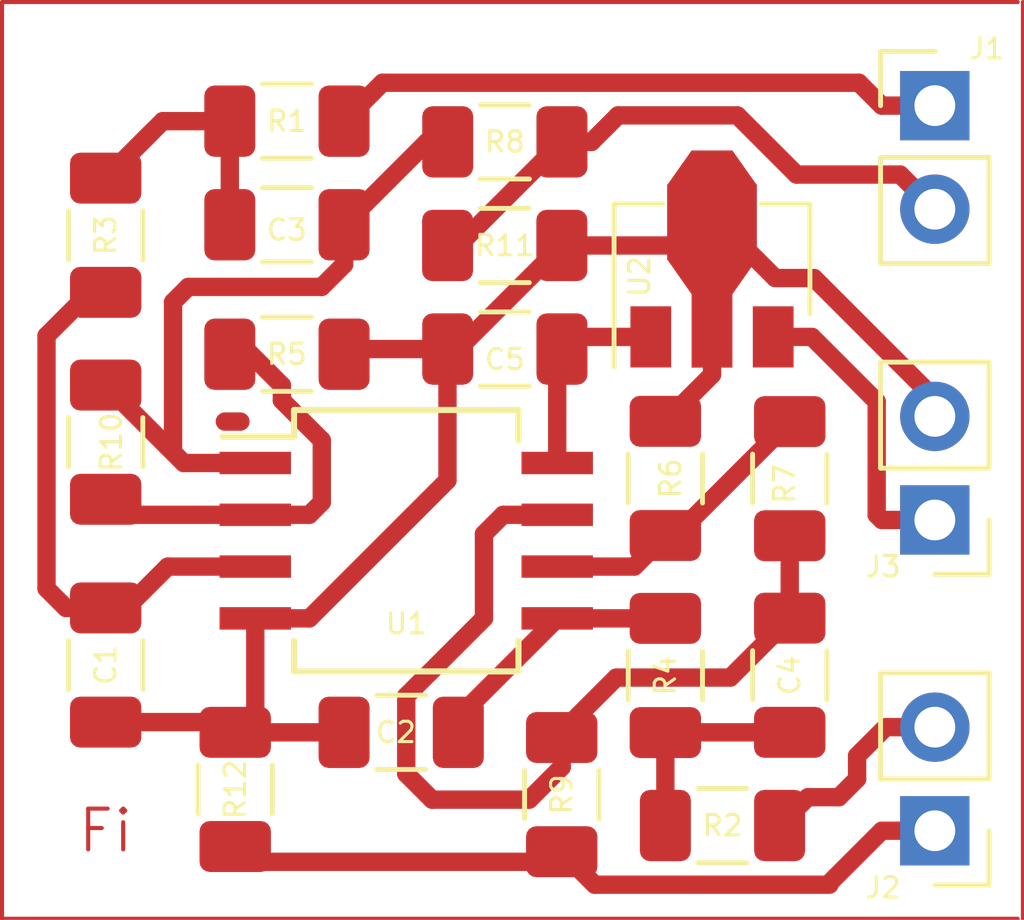
<source format=kicad_pcb>
(kicad_pcb (version 20171130) (host pcbnew 5.1.5+dfsg1-2)

  (general
    (thickness 1.6)
    (drawings 1)
    (tracks 117)
    (zones 0)
    (modules 22)
    (nets 16)
  )

  (page A4)
  (layers
    (0 F.Cu signal)
    (31 B.Cu signal)
    (32 B.Adhes user)
    (33 F.Adhes user)
    (34 B.Paste user)
    (35 F.Paste user)
    (36 B.SilkS user)
    (37 F.SilkS user)
    (38 B.Mask user)
    (39 F.Mask user)
    (40 Dwgs.User user)
    (41 Cmts.User user)
    (42 Eco1.User user)
    (43 Eco2.User user)
    (44 Edge.Cuts user)
    (45 Margin user)
    (46 B.CrtYd user)
    (47 F.CrtYd user)
    (48 B.Fab user hide)
    (49 F.Fab user hide)
  )

  (setup
    (last_trace_width 0.45)
    (trace_clearance 0.35)
    (zone_clearance 0.508)
    (zone_45_only no)
    (trace_min 0.2)
    (via_size 0.8)
    (via_drill 0.4)
    (via_min_size 0.4)
    (via_min_drill 0.3)
    (uvia_size 0.3)
    (uvia_drill 0.1)
    (uvias_allowed no)
    (uvia_min_size 0.2)
    (uvia_min_drill 0.1)
    (edge_width 0.15)
    (segment_width 0.2)
    (pcb_text_width 0.3)
    (pcb_text_size 1.5 1.5)
    (mod_edge_width 0.15)
    (mod_text_size 1 1)
    (mod_text_width 0.15)
    (pad_size 1.524 1.524)
    (pad_drill 0.762)
    (pad_to_mask_clearance 0.051)
    (solder_mask_min_width 0.25)
    (aux_axis_origin 0 0)
    (visible_elements FFFFFF7F)
    (pcbplotparams
      (layerselection 0x010fc_ffffffff)
      (usegerberextensions false)
      (usegerberattributes false)
      (usegerberadvancedattributes false)
      (creategerberjobfile false)
      (excludeedgelayer true)
      (linewidth 0.100000)
      (plotframeref false)
      (viasonmask false)
      (mode 1)
      (useauxorigin false)
      (hpglpennumber 1)
      (hpglpenspeed 20)
      (hpglpendiameter 15.000000)
      (psnegative false)
      (psa4output false)
      (plotreference true)
      (plotvalue true)
      (plotinvisibletext false)
      (padsonsilk false)
      (subtractmaskfromsilk false)
      (outputformat 1)
      (mirror false)
      (drillshape 1)
      (scaleselection 1)
      (outputdirectory ""))
  )

  (net 0 "")
  (net 1 "Net-(C1-Pad1)")
  (net 2 "Net-(C1-Pad2)")
  (net 3 "Net-(C2-Pad1)")
  (net 4 "Net-(C3-Pad1)")
  (net 5 "Net-(C3-Pad2)")
  (net 6 "Net-(C4-Pad2)")
  (net 7 "Net-(C4-Pad1)")
  (net 8 "Net-(J1-Pad2)")
  (net 9 "Net-(R6-Pad1)")
  (net 10 "Net-(R10-Pad2)")
  (net 11 "Net-(C5-Pad1)")
  (net 12 "Net-(J1-Pad1)")
  (net 13 "Net-(J2-Pad2)")
  (net 14 "Net-(J2-Pad1)")
  (net 15 "Net-(J3-Pad1)")

  (net_class Default "Это класс цепей по умолчанию."
    (clearance 0.35)
    (trace_width 0.45)
    (via_dia 0.8)
    (via_drill 0.4)
    (uvia_dia 0.3)
    (uvia_drill 0.1)
    (add_net "Net-(C1-Pad1)")
    (add_net "Net-(C1-Pad2)")
    (add_net "Net-(C2-Pad1)")
    (add_net "Net-(C3-Pad1)")
    (add_net "Net-(C3-Pad2)")
    (add_net "Net-(C4-Pad1)")
    (add_net "Net-(C4-Pad2)")
    (add_net "Net-(C5-Pad1)")
    (add_net "Net-(J1-Pad1)")
    (add_net "Net-(J1-Pad2)")
    (add_net "Net-(J2-Pad1)")
    (add_net "Net-(J2-Pad2)")
    (add_net "Net-(J3-Pad1)")
    (add_net "Net-(R10-Pad2)")
    (add_net "Net-(R6-Pad1)")
  )

  (module Connector_PinHeader_2.54mm:PinHeader_1x02_P2.54mm_Vertical (layer F.Cu) (tedit 59FED5CC) (tstamp 5E23A259)
    (at 158.75 50.8)
    (descr "Through hole straight pin header, 1x02, 2.54mm pitch, single row")
    (tags "Through hole pin header THT 1x02 2.54mm single row")
    (path /5E231C41)
    (fp_text reference J1 (at 1.27 -1.397) (layer F.SilkS)
      (effects (font (size 0.5 0.5) (thickness 0.075)))
    )
    (fp_text value Conn_01x02 (at 0 4.87) (layer F.Fab)
      (effects (font (size 0.5 0.5) (thickness 0.075)))
    )
    (fp_line (start -0.635 -1.27) (end 1.27 -1.27) (layer F.Fab) (width 0.1))
    (fp_line (start 1.27 -1.27) (end 1.27 3.81) (layer F.Fab) (width 0.1))
    (fp_line (start 1.27 3.81) (end -1.27 3.81) (layer F.Fab) (width 0.1))
    (fp_line (start -1.27 3.81) (end -1.27 -0.635) (layer F.Fab) (width 0.1))
    (fp_line (start -1.27 -0.635) (end -0.635 -1.27) (layer F.Fab) (width 0.1))
    (fp_line (start -1.33 3.87) (end 1.33 3.87) (layer F.SilkS) (width 0.12))
    (fp_line (start -1.33 1.27) (end -1.33 3.87) (layer F.SilkS) (width 0.12))
    (fp_line (start 1.33 1.27) (end 1.33 3.87) (layer F.SilkS) (width 0.12))
    (fp_line (start -1.33 1.27) (end 1.33 1.27) (layer F.SilkS) (width 0.12))
    (fp_line (start -1.33 0) (end -1.33 -1.33) (layer F.SilkS) (width 0.12))
    (fp_line (start -1.33 -1.33) (end 0 -1.33) (layer F.SilkS) (width 0.12))
    (fp_line (start -1.8 -1.8) (end -1.8 4.35) (layer F.CrtYd) (width 0.05))
    (fp_line (start -1.8 4.35) (end 1.8 4.35) (layer F.CrtYd) (width 0.05))
    (fp_line (start 1.8 4.35) (end 1.8 -1.8) (layer F.CrtYd) (width 0.05))
    (fp_line (start 1.8 -1.8) (end -1.8 -1.8) (layer F.CrtYd) (width 0.05))
    (fp_text user %R (at 0 1.27 90) (layer F.Fab)
      (effects (font (size 0.5 0.5) (thickness 0.075)))
    )
    (pad 1 thru_hole rect (at 0 0) (size 1.7 1.7) (drill 1) (layers *.Cu *.Mask)
      (net 12 "Net-(J1-Pad1)"))
    (pad 2 thru_hole oval (at 0 2.54) (size 1.7 1.7) (drill 1) (layers *.Cu *.Mask)
      (net 8 "Net-(J1-Pad2)"))
    (model ${KISYS3DMOD}/Connector_PinHeader_2.54mm.3dshapes/PinHeader_1x02_P2.54mm_Vertical.wrl
      (at (xyz 0 0 0))
      (scale (xyz 1 1 1))
      (rotate (xyz 0 0 0))
    )
  )

  (module Resistor_SMD:R_1206_3216Metric (layer F.Cu) (tedit 5B301BBD) (tstamp 5E22B6DC)
    (at 149.606 67.694 90)
    (descr "Resistor SMD 1206 (3216 Metric), square (rectangular) end terminal, IPC_7351 nominal, (Body size source: http://www.tortai-tech.com/upload/download/2011102023233369053.pdf), generated with kicad-footprint-generator")
    (tags resistor)
    (path /5E1D7823)
    (attr smd)
    (fp_text reference R9 (at 0.003 0 90) (layer F.SilkS)
      (effects (font (size 0.5 0.5) (thickness 0.075)))
    )
    (fp_text value R_Small (at 0 1.82 90) (layer F.Fab)
      (effects (font (size 0.5 0.5) (thickness 0.075)))
    )
    (fp_line (start -1.6 0.8) (end -1.6 -0.8) (layer F.Fab) (width 0.1))
    (fp_line (start -1.6 -0.8) (end 1.6 -0.8) (layer F.Fab) (width 0.1))
    (fp_line (start 1.6 -0.8) (end 1.6 0.8) (layer F.Fab) (width 0.1))
    (fp_line (start 1.6 0.8) (end -1.6 0.8) (layer F.Fab) (width 0.1))
    (fp_line (start -0.602064 -0.91) (end 0.602064 -0.91) (layer F.SilkS) (width 0.12))
    (fp_line (start -0.602064 0.91) (end 0.602064 0.91) (layer F.SilkS) (width 0.12))
    (fp_line (start -2.28 1.12) (end -2.28 -1.12) (layer F.CrtYd) (width 0.05))
    (fp_line (start -2.28 -1.12) (end 2.28 -1.12) (layer F.CrtYd) (width 0.05))
    (fp_line (start 2.28 -1.12) (end 2.28 1.12) (layer F.CrtYd) (width 0.05))
    (fp_line (start 2.28 1.12) (end -2.28 1.12) (layer F.CrtYd) (width 0.05))
    (fp_text user %R (at 0 0 90) (layer F.Fab)
      (effects (font (size 0.8 0.8) (thickness 0.12)))
    )
    (pad 1 smd roundrect (at -1.4 0 90) (size 1.25 1.75) (layers F.Cu F.Paste F.Mask) (roundrect_rratio 0.2)
      (net 14 "Net-(J2-Pad1)"))
    (pad 2 smd roundrect (at 1.4 0 90) (size 1.25 1.75) (layers F.Cu F.Paste F.Mask) (roundrect_rratio 0.2)
      (net 7 "Net-(C4-Pad1)"))
    (model ${KISYS3DMOD}/Resistor_SMD.3dshapes/R_1206_3216Metric.wrl
      (at (xyz 0 0 0))
      (scale (xyz 1 1 1))
      (rotate (xyz 0 0 0))
    )
  )

  (module Resistor_SMD:R_1206_3216Metric (layer F.Cu) (tedit 5B301BBD) (tstamp 5E228225)
    (at 153.546 68.453)
    (descr "Resistor SMD 1206 (3216 Metric), square (rectangular) end terminal, IPC_7351 nominal, (Body size source: http://www.tortai-tech.com/upload/download/2011102023233369053.pdf), generated with kicad-footprint-generator")
    (tags resistor)
    (path /5E1D57D2)
    (attr smd)
    (fp_text reference R2 (at 0 0) (layer F.SilkS)
      (effects (font (size 0.5 0.5) (thickness 0.075)))
    )
    (fp_text value R_Small (at 0 1.82) (layer F.Fab)
      (effects (font (size 0.5 0.5) (thickness 0.075)))
    )
    (fp_line (start -1.6 0.8) (end -1.6 -0.8) (layer F.Fab) (width 0.1))
    (fp_line (start -1.6 -0.8) (end 1.6 -0.8) (layer F.Fab) (width 0.1))
    (fp_line (start 1.6 -0.8) (end 1.6 0.8) (layer F.Fab) (width 0.1))
    (fp_line (start 1.6 0.8) (end -1.6 0.8) (layer F.Fab) (width 0.1))
    (fp_line (start -0.602064 -0.91) (end 0.602064 -0.91) (layer F.SilkS) (width 0.12))
    (fp_line (start -0.602064 0.91) (end 0.602064 0.91) (layer F.SilkS) (width 0.12))
    (fp_line (start -2.28 1.12) (end -2.28 -1.12) (layer F.CrtYd) (width 0.05))
    (fp_line (start -2.28 -1.12) (end 2.28 -1.12) (layer F.CrtYd) (width 0.05))
    (fp_line (start 2.28 -1.12) (end 2.28 1.12) (layer F.CrtYd) (width 0.05))
    (fp_line (start 2.28 1.12) (end -2.28 1.12) (layer F.CrtYd) (width 0.05))
    (fp_text user %R (at 0 0) (layer F.Fab)
      (effects (font (size 0.8 0.8) (thickness 0.12)))
    )
    (pad 1 smd roundrect (at -1.4 0) (size 1.25 1.75) (layers F.Cu F.Paste F.Mask) (roundrect_rratio 0.2)
      (net 6 "Net-(C4-Pad2)"))
    (pad 2 smd roundrect (at 1.4 0) (size 1.25 1.75) (layers F.Cu F.Paste F.Mask) (roundrect_rratio 0.2)
      (net 13 "Net-(J2-Pad2)"))
    (model ${KISYS3DMOD}/Resistor_SMD.3dshapes/R_1206_3216Metric.wrl
      (at (xyz 0 0 0))
      (scale (xyz 1 1 1))
      (rotate (xyz 0 0 0))
    )
  )

  (module Resistor_SMD:R_1206_3216Metric (layer F.Cu) (tedit 5B301BBD) (tstamp 5E2282CF)
    (at 141.605 67.567 270)
    (descr "Resistor SMD 1206 (3216 Metric), square (rectangular) end terminal, IPC_7351 nominal, (Body size source: http://www.tortai-tech.com/upload/download/2011102023233369053.pdf), generated with kicad-footprint-generator")
    (tags resistor)
    (path /5E23B854)
    (attr smd)
    (fp_text reference R12 (at 0 0 270) (layer F.SilkS)
      (effects (font (size 0.5 0.5) (thickness 0.075)))
    )
    (fp_text value R_Small (at 0 1.82 270) (layer F.Fab)
      (effects (font (size 0.5 0.5) (thickness 0.075)))
    )
    (fp_text user %R (at 0 0 270) (layer F.Fab)
      (effects (font (size 0.8 0.8) (thickness 0.12)))
    )
    (fp_line (start 2.28 1.12) (end -2.28 1.12) (layer F.CrtYd) (width 0.05))
    (fp_line (start 2.28 -1.12) (end 2.28 1.12) (layer F.CrtYd) (width 0.05))
    (fp_line (start -2.28 -1.12) (end 2.28 -1.12) (layer F.CrtYd) (width 0.05))
    (fp_line (start -2.28 1.12) (end -2.28 -1.12) (layer F.CrtYd) (width 0.05))
    (fp_line (start -0.602064 0.91) (end 0.602064 0.91) (layer F.SilkS) (width 0.12))
    (fp_line (start -0.602064 -0.91) (end 0.602064 -0.91) (layer F.SilkS) (width 0.12))
    (fp_line (start 1.6 0.8) (end -1.6 0.8) (layer F.Fab) (width 0.1))
    (fp_line (start 1.6 -0.8) (end 1.6 0.8) (layer F.Fab) (width 0.1))
    (fp_line (start -1.6 -0.8) (end 1.6 -0.8) (layer F.Fab) (width 0.1))
    (fp_line (start -1.6 0.8) (end -1.6 -0.8) (layer F.Fab) (width 0.1))
    (pad 2 smd roundrect (at 1.4 0 270) (size 1.25 1.75) (layers F.Cu F.Paste F.Mask) (roundrect_rratio 0.2)
      (net 14 "Net-(J2-Pad1)"))
    (pad 1 smd roundrect (at -1.4 0 270) (size 1.25 1.75) (layers F.Cu F.Paste F.Mask) (roundrect_rratio 0.2)
      (net 2 "Net-(C1-Pad2)"))
    (model ${KISYS3DMOD}/Resistor_SMD.3dshapes/R_1206_3216Metric.wrl
      (at (xyz 0 0 0))
      (scale (xyz 1 1 1))
      (rotate (xyz 0 0 0))
    )
  )

  (module Resistor_SMD:R_1206_3216Metric (layer F.Cu) (tedit 5B301BBD) (tstamp 5E22828B)
    (at 148.212 51.689 180)
    (descr "Resistor SMD 1206 (3216 Metric), square (rectangular) end terminal, IPC_7351 nominal, (Body size source: http://www.tortai-tech.com/upload/download/2011102023233369053.pdf), generated with kicad-footprint-generator")
    (tags resistor)
    (path /5E1D77B7)
    (attr smd)
    (fp_text reference R8 (at 0 0 180) (layer F.SilkS)
      (effects (font (size 0.5 0.5) (thickness 0.075)))
    )
    (fp_text value R_Small (at 0 1.82 180) (layer F.Fab)
      (effects (font (size 0.5 0.5) (thickness 0.075)))
    )
    (fp_text user %R (at 0 0 180) (layer F.Fab)
      (effects (font (size 0.8 0.8) (thickness 0.12)))
    )
    (fp_line (start 2.28 1.12) (end -2.28 1.12) (layer F.CrtYd) (width 0.05))
    (fp_line (start 2.28 -1.12) (end 2.28 1.12) (layer F.CrtYd) (width 0.05))
    (fp_line (start -2.28 -1.12) (end 2.28 -1.12) (layer F.CrtYd) (width 0.05))
    (fp_line (start -2.28 1.12) (end -2.28 -1.12) (layer F.CrtYd) (width 0.05))
    (fp_line (start -0.602064 0.91) (end 0.602064 0.91) (layer F.SilkS) (width 0.12))
    (fp_line (start -0.602064 -0.91) (end 0.602064 -0.91) (layer F.SilkS) (width 0.12))
    (fp_line (start 1.6 0.8) (end -1.6 0.8) (layer F.Fab) (width 0.1))
    (fp_line (start 1.6 -0.8) (end 1.6 0.8) (layer F.Fab) (width 0.1))
    (fp_line (start -1.6 -0.8) (end 1.6 -0.8) (layer F.Fab) (width 0.1))
    (fp_line (start -1.6 0.8) (end -1.6 -0.8) (layer F.Fab) (width 0.1))
    (pad 2 smd roundrect (at 1.4 0 180) (size 1.25 1.75) (layers F.Cu F.Paste F.Mask) (roundrect_rratio 0.2)
      (net 4 "Net-(C3-Pad1)"))
    (pad 1 smd roundrect (at -1.4 0 180) (size 1.25 1.75) (layers F.Cu F.Paste F.Mask) (roundrect_rratio 0.2)
      (net 8 "Net-(J1-Pad2)"))
    (model ${KISYS3DMOD}/Resistor_SMD.3dshapes/R_1206_3216Metric.wrl
      (at (xyz 0 0 0))
      (scale (xyz 1 1 1))
      (rotate (xyz 0 0 0))
    )
  )

  (module Resistor_SMD:R_1206_3216Metric (layer F.Cu) (tedit 5B301BBD) (tstamp 5E2281A5)
    (at 138.43 64.516 270)
    (descr "Resistor SMD 1206 (3216 Metric), square (rectangular) end terminal, IPC_7351 nominal, (Body size source: http://www.tortai-tech.com/upload/download/2011102023233369053.pdf), generated with kicad-footprint-generator")
    (tags resistor)
    (path /5E1D0688)
    (attr smd)
    (fp_text reference C1 (at 0 0 270) (layer F.SilkS)
      (effects (font (size 0.5 0.5) (thickness 0.075)))
    )
    (fp_text value C_Small (at 0 1.82 270) (layer F.Fab)
      (effects (font (size 0.5 0.5) (thickness 0.075)))
    )
    (fp_line (start -1.6 0.8) (end -1.6 -0.8) (layer F.Fab) (width 0.1))
    (fp_line (start -1.6 -0.8) (end 1.6 -0.8) (layer F.Fab) (width 0.1))
    (fp_line (start 1.6 -0.8) (end 1.6 0.8) (layer F.Fab) (width 0.1))
    (fp_line (start 1.6 0.8) (end -1.6 0.8) (layer F.Fab) (width 0.1))
    (fp_line (start -0.602064 -0.91) (end 0.602064 -0.91) (layer F.SilkS) (width 0.12))
    (fp_line (start -0.602064 0.91) (end 0.602064 0.91) (layer F.SilkS) (width 0.12))
    (fp_line (start -2.28 1.12) (end -2.28 -1.12) (layer F.CrtYd) (width 0.05))
    (fp_line (start -2.28 -1.12) (end 2.28 -1.12) (layer F.CrtYd) (width 0.05))
    (fp_line (start 2.28 -1.12) (end 2.28 1.12) (layer F.CrtYd) (width 0.05))
    (fp_line (start 2.28 1.12) (end -2.28 1.12) (layer F.CrtYd) (width 0.05))
    (fp_text user %R (at 0 0 270) (layer F.Fab)
      (effects (font (size 0.8 0.8) (thickness 0.12)))
    )
    (pad 1 smd roundrect (at -1.4 0 270) (size 1.25 1.75) (layers F.Cu F.Paste F.Mask) (roundrect_rratio 0.2)
      (net 1 "Net-(C1-Pad1)"))
    (pad 2 smd roundrect (at 1.4 0 270) (size 1.25 1.75) (layers F.Cu F.Paste F.Mask) (roundrect_rratio 0.2)
      (net 2 "Net-(C1-Pad2)"))
    (model ${KISYS3DMOD}/Resistor_SMD.3dshapes/R_1206_3216Metric.wrl
      (at (xyz 0 0 0))
      (scale (xyz 1 1 1))
      (rotate (xyz 0 0 0))
    )
  )

  (module Resistor_SMD:R_1206_3216Metric (layer F.Cu) (tedit 5B301BBD) (tstamp 5E2281B6)
    (at 145.672 66.167 180)
    (descr "Resistor SMD 1206 (3216 Metric), square (rectangular) end terminal, IPC_7351 nominal, (Body size source: http://www.tortai-tech.com/upload/download/2011102023233369053.pdf), generated with kicad-footprint-generator")
    (tags resistor)
    (path /5E1D582A)
    (attr smd)
    (fp_text reference C2 (at 0.13 0 180) (layer F.SilkS)
      (effects (font (size 0.5 0.5) (thickness 0.075)))
    )
    (fp_text value C_Small (at 0 1.82 180) (layer F.Fab)
      (effects (font (size 0.5 0.5) (thickness 0.075)))
    )
    (fp_text user %R (at 0 0 180) (layer F.Fab)
      (effects (font (size 0.8 0.8) (thickness 0.12)))
    )
    (fp_line (start 2.28 1.12) (end -2.28 1.12) (layer F.CrtYd) (width 0.05))
    (fp_line (start 2.28 -1.12) (end 2.28 1.12) (layer F.CrtYd) (width 0.05))
    (fp_line (start -2.28 -1.12) (end 2.28 -1.12) (layer F.CrtYd) (width 0.05))
    (fp_line (start -2.28 1.12) (end -2.28 -1.12) (layer F.CrtYd) (width 0.05))
    (fp_line (start -0.602064 0.91) (end 0.602064 0.91) (layer F.SilkS) (width 0.12))
    (fp_line (start -0.602064 -0.91) (end 0.602064 -0.91) (layer F.SilkS) (width 0.12))
    (fp_line (start 1.6 0.8) (end -1.6 0.8) (layer F.Fab) (width 0.1))
    (fp_line (start 1.6 -0.8) (end 1.6 0.8) (layer F.Fab) (width 0.1))
    (fp_line (start -1.6 -0.8) (end 1.6 -0.8) (layer F.Fab) (width 0.1))
    (fp_line (start -1.6 0.8) (end -1.6 -0.8) (layer F.Fab) (width 0.1))
    (pad 2 smd roundrect (at 1.4 0 180) (size 1.25 1.75) (layers F.Cu F.Paste F.Mask) (roundrect_rratio 0.2)
      (net 2 "Net-(C1-Pad2)"))
    (pad 1 smd roundrect (at -1.4 0 180) (size 1.25 1.75) (layers F.Cu F.Paste F.Mask) (roundrect_rratio 0.2)
      (net 3 "Net-(C2-Pad1)"))
    (model ${KISYS3DMOD}/Resistor_SMD.3dshapes/R_1206_3216Metric.wrl
      (at (xyz 0 0 0))
      (scale (xyz 1 1 1))
      (rotate (xyz 0 0 0))
    )
  )

  (module Resistor_SMD:R_1206_3216Metric (layer F.Cu) (tedit 5B301BBD) (tstamp 5E2281C7)
    (at 142.872 53.721 180)
    (descr "Resistor SMD 1206 (3216 Metric), square (rectangular) end terminal, IPC_7351 nominal, (Body size source: http://www.tortai-tech.com/upload/download/2011102023233369053.pdf), generated with kicad-footprint-generator")
    (tags resistor)
    (path /5E1D083E)
    (attr smd)
    (fp_text reference C3 (at 0.003 -0.127 180) (layer F.SilkS)
      (effects (font (size 0.5 0.5) (thickness 0.075)))
    )
    (fp_text value C_Small (at 0 1.82 180) (layer F.Fab)
      (effects (font (size 0.5 0.5) (thickness 0.075)))
    )
    (fp_text user %R (at 0 0 180) (layer F.Fab)
      (effects (font (size 0.8 0.8) (thickness 0.12)))
    )
    (fp_line (start 2.28 1.12) (end -2.28 1.12) (layer F.CrtYd) (width 0.05))
    (fp_line (start 2.28 -1.12) (end 2.28 1.12) (layer F.CrtYd) (width 0.05))
    (fp_line (start -2.28 -1.12) (end 2.28 -1.12) (layer F.CrtYd) (width 0.05))
    (fp_line (start -2.28 1.12) (end -2.28 -1.12) (layer F.CrtYd) (width 0.05))
    (fp_line (start -0.602064 0.91) (end 0.602064 0.91) (layer F.SilkS) (width 0.12))
    (fp_line (start -0.602064 -0.91) (end 0.602064 -0.91) (layer F.SilkS) (width 0.12))
    (fp_line (start 1.6 0.8) (end -1.6 0.8) (layer F.Fab) (width 0.1))
    (fp_line (start 1.6 -0.8) (end 1.6 0.8) (layer F.Fab) (width 0.1))
    (fp_line (start -1.6 -0.8) (end 1.6 -0.8) (layer F.Fab) (width 0.1))
    (fp_line (start -1.6 0.8) (end -1.6 -0.8) (layer F.Fab) (width 0.1))
    (pad 2 smd roundrect (at 1.4 0 180) (size 1.25 1.75) (layers F.Cu F.Paste F.Mask) (roundrect_rratio 0.2)
      (net 5 "Net-(C3-Pad2)"))
    (pad 1 smd roundrect (at -1.4 0 180) (size 1.25 1.75) (layers F.Cu F.Paste F.Mask) (roundrect_rratio 0.2)
      (net 4 "Net-(C3-Pad1)"))
    (model ${KISYS3DMOD}/Resistor_SMD.3dshapes/R_1206_3216Metric.wrl
      (at (xyz 0 0 0))
      (scale (xyz 1 1 1))
      (rotate (xyz 0 0 0))
    )
  )

  (module Resistor_SMD:R_1206_3216Metric (layer F.Cu) (tedit 5B301BBD) (tstamp 5E2281D8)
    (at 155.194 64.767 270)
    (descr "Resistor SMD 1206 (3216 Metric), square (rectangular) end terminal, IPC_7351 nominal, (Body size source: http://www.tortai-tech.com/upload/download/2011102023233369053.pdf), generated with kicad-footprint-generator")
    (tags resistor)
    (path /5E1D4CB1)
    (attr smd)
    (fp_text reference C4 (at 0 0 270) (layer F.SilkS)
      (effects (font (size 0.5 0.5) (thickness 0.075)))
    )
    (fp_text value C_Small (at 0 1.82 270) (layer F.Fab)
      (effects (font (size 0.5 0.5) (thickness 0.075)))
    )
    (fp_line (start -1.6 0.8) (end -1.6 -0.8) (layer F.Fab) (width 0.1))
    (fp_line (start -1.6 -0.8) (end 1.6 -0.8) (layer F.Fab) (width 0.1))
    (fp_line (start 1.6 -0.8) (end 1.6 0.8) (layer F.Fab) (width 0.1))
    (fp_line (start 1.6 0.8) (end -1.6 0.8) (layer F.Fab) (width 0.1))
    (fp_line (start -0.602064 -0.91) (end 0.602064 -0.91) (layer F.SilkS) (width 0.12))
    (fp_line (start -0.602064 0.91) (end 0.602064 0.91) (layer F.SilkS) (width 0.12))
    (fp_line (start -2.28 1.12) (end -2.28 -1.12) (layer F.CrtYd) (width 0.05))
    (fp_line (start -2.28 -1.12) (end 2.28 -1.12) (layer F.CrtYd) (width 0.05))
    (fp_line (start 2.28 -1.12) (end 2.28 1.12) (layer F.CrtYd) (width 0.05))
    (fp_line (start 2.28 1.12) (end -2.28 1.12) (layer F.CrtYd) (width 0.05))
    (fp_text user %R (at 0 0 270) (layer F.Fab)
      (effects (font (size 0.8 0.8) (thickness 0.12)))
    )
    (pad 1 smd roundrect (at -1.4 0 270) (size 1.25 1.75) (layers F.Cu F.Paste F.Mask) (roundrect_rratio 0.2)
      (net 7 "Net-(C4-Pad1)"))
    (pad 2 smd roundrect (at 1.4 0 270) (size 1.25 1.75) (layers F.Cu F.Paste F.Mask) (roundrect_rratio 0.2)
      (net 6 "Net-(C4-Pad2)"))
    (model ${KISYS3DMOD}/Resistor_SMD.3dshapes/R_1206_3216Metric.wrl
      (at (xyz 0 0 0))
      (scale (xyz 1 1 1))
      (rotate (xyz 0 0 0))
    )
  )

  (module Resistor_SMD:R_1206_3216Metric (layer F.Cu) (tedit 5B301BBD) (tstamp 5E2281E9)
    (at 148.212 56.769 180)
    (descr "Resistor SMD 1206 (3216 Metric), square (rectangular) end terminal, IPC_7351 nominal, (Body size source: http://www.tortai-tech.com/upload/download/2011102023233369053.pdf), generated with kicad-footprint-generator")
    (tags resistor)
    (path /5E1E82F5)
    (attr smd)
    (fp_text reference C5 (at 0 -0.254 180) (layer F.SilkS)
      (effects (font (size 0.5 0.5) (thickness 0.075)))
    )
    (fp_text value C_Small (at 0 1.82 180) (layer F.Fab)
      (effects (font (size 0.5 0.5) (thickness 0.075)))
    )
    (fp_text user %R (at 0 0 180) (layer F.Fab)
      (effects (font (size 0.8 0.8) (thickness 0.12)))
    )
    (fp_line (start 2.28 1.12) (end -2.28 1.12) (layer F.CrtYd) (width 0.05))
    (fp_line (start 2.28 -1.12) (end 2.28 1.12) (layer F.CrtYd) (width 0.05))
    (fp_line (start -2.28 -1.12) (end 2.28 -1.12) (layer F.CrtYd) (width 0.05))
    (fp_line (start -2.28 1.12) (end -2.28 -1.12) (layer F.CrtYd) (width 0.05))
    (fp_line (start -0.602064 0.91) (end 0.602064 0.91) (layer F.SilkS) (width 0.12))
    (fp_line (start -0.602064 -0.91) (end 0.602064 -0.91) (layer F.SilkS) (width 0.12))
    (fp_line (start 1.6 0.8) (end -1.6 0.8) (layer F.Fab) (width 0.1))
    (fp_line (start 1.6 -0.8) (end 1.6 0.8) (layer F.Fab) (width 0.1))
    (fp_line (start -1.6 -0.8) (end 1.6 -0.8) (layer F.Fab) (width 0.1))
    (fp_line (start -1.6 0.8) (end -1.6 -0.8) (layer F.Fab) (width 0.1))
    (pad 2 smd roundrect (at 1.4 0 180) (size 1.25 1.75) (layers F.Cu F.Paste F.Mask) (roundrect_rratio 0.2)
      (net 2 "Net-(C1-Pad2)"))
    (pad 1 smd roundrect (at -1.4 0 180) (size 1.25 1.75) (layers F.Cu F.Paste F.Mask) (roundrect_rratio 0.2)
      (net 11 "Net-(C5-Pad1)"))
    (model ${KISYS3DMOD}/Resistor_SMD.3dshapes/R_1206_3216Metric.wrl
      (at (xyz 0 0 0))
      (scale (xyz 1 1 1))
      (rotate (xyz 0 0 0))
    )
  )

  (module Resistor_SMD:R_1206_3216Metric (layer F.Cu) (tedit 5B301BBD) (tstamp 5E228236)
    (at 138.43 53.978 90)
    (descr "Resistor SMD 1206 (3216 Metric), square (rectangular) end terminal, IPC_7351 nominal, (Body size source: http://www.tortai-tech.com/upload/download/2011102023233369053.pdf), generated with kicad-footprint-generator")
    (tags resistor)
    (path /5E1D0FDC)
    (attr smd)
    (fp_text reference R3 (at 0.003 0 90) (layer F.SilkS)
      (effects (font (size 0.5 0.5) (thickness 0.075)))
    )
    (fp_text value R_Small (at 0 1.82 90) (layer F.Fab)
      (effects (font (size 0.5 0.5) (thickness 0.075)))
    )
    (fp_text user %R (at 0 0 90) (layer F.Fab)
      (effects (font (size 0.8 0.8) (thickness 0.12)))
    )
    (fp_line (start 2.28 1.12) (end -2.28 1.12) (layer F.CrtYd) (width 0.05))
    (fp_line (start 2.28 -1.12) (end 2.28 1.12) (layer F.CrtYd) (width 0.05))
    (fp_line (start -2.28 -1.12) (end 2.28 -1.12) (layer F.CrtYd) (width 0.05))
    (fp_line (start -2.28 1.12) (end -2.28 -1.12) (layer F.CrtYd) (width 0.05))
    (fp_line (start -0.602064 0.91) (end 0.602064 0.91) (layer F.SilkS) (width 0.12))
    (fp_line (start -0.602064 -0.91) (end 0.602064 -0.91) (layer F.SilkS) (width 0.12))
    (fp_line (start 1.6 0.8) (end -1.6 0.8) (layer F.Fab) (width 0.1))
    (fp_line (start 1.6 -0.8) (end 1.6 0.8) (layer F.Fab) (width 0.1))
    (fp_line (start -1.6 -0.8) (end 1.6 -0.8) (layer F.Fab) (width 0.1))
    (fp_line (start -1.6 0.8) (end -1.6 -0.8) (layer F.Fab) (width 0.1))
    (pad 2 smd roundrect (at 1.4 0 90) (size 1.25 1.75) (layers F.Cu F.Paste F.Mask) (roundrect_rratio 0.2)
      (net 5 "Net-(C3-Pad2)"))
    (pad 1 smd roundrect (at -1.4 0 90) (size 1.25 1.75) (layers F.Cu F.Paste F.Mask) (roundrect_rratio 0.2)
      (net 1 "Net-(C1-Pad1)"))
    (model ${KISYS3DMOD}/Resistor_SMD.3dshapes/R_1206_3216Metric.wrl
      (at (xyz 0 0 0))
      (scale (xyz 1 1 1))
      (rotate (xyz 0 0 0))
    )
  )

  (module Resistor_SMD:R_1206_3216Metric (layer F.Cu) (tedit 5B301BBD) (tstamp 5E228247)
    (at 152.146 64.773 270)
    (descr "Resistor SMD 1206 (3216 Metric), square (rectangular) end terminal, IPC_7351 nominal, (Body size source: http://www.tortai-tech.com/upload/download/2011102023233369053.pdf), generated with kicad-footprint-generator")
    (tags resistor)
    (path /5E1D5725)
    (attr smd)
    (fp_text reference R4 (at 0 0 270) (layer F.SilkS)
      (effects (font (size 0.5 0.5) (thickness 0.075)))
    )
    (fp_text value R_Small (at 0 1.82 270) (layer F.Fab)
      (effects (font (size 0.5 0.5) (thickness 0.075)))
    )
    (fp_text user %R (at 0 0 270) (layer F.Fab)
      (effects (font (size 0.8 0.8) (thickness 0.12)))
    )
    (fp_line (start 2.28 1.12) (end -2.28 1.12) (layer F.CrtYd) (width 0.05))
    (fp_line (start 2.28 -1.12) (end 2.28 1.12) (layer F.CrtYd) (width 0.05))
    (fp_line (start -2.28 -1.12) (end 2.28 -1.12) (layer F.CrtYd) (width 0.05))
    (fp_line (start -2.28 1.12) (end -2.28 -1.12) (layer F.CrtYd) (width 0.05))
    (fp_line (start -0.602064 0.91) (end 0.602064 0.91) (layer F.SilkS) (width 0.12))
    (fp_line (start -0.602064 -0.91) (end 0.602064 -0.91) (layer F.SilkS) (width 0.12))
    (fp_line (start 1.6 0.8) (end -1.6 0.8) (layer F.Fab) (width 0.1))
    (fp_line (start 1.6 -0.8) (end 1.6 0.8) (layer F.Fab) (width 0.1))
    (fp_line (start -1.6 -0.8) (end 1.6 -0.8) (layer F.Fab) (width 0.1))
    (fp_line (start -1.6 0.8) (end -1.6 -0.8) (layer F.Fab) (width 0.1))
    (pad 2 smd roundrect (at 1.4 0 270) (size 1.25 1.75) (layers F.Cu F.Paste F.Mask) (roundrect_rratio 0.2)
      (net 6 "Net-(C4-Pad2)"))
    (pad 1 smd roundrect (at -1.4 0 270) (size 1.25 1.75) (layers F.Cu F.Paste F.Mask) (roundrect_rratio 0.2)
      (net 3 "Net-(C2-Pad1)"))
    (model ${KISYS3DMOD}/Resistor_SMD.3dshapes/R_1206_3216Metric.wrl
      (at (xyz 0 0 0))
      (scale (xyz 1 1 1))
      (rotate (xyz 0 0 0))
    )
  )

  (module Resistor_SMD:R_1206_3216Metric (layer F.Cu) (tedit 5B301BBD) (tstamp 5E228258)
    (at 142.872 56.896)
    (descr "Resistor SMD 1206 (3216 Metric), square (rectangular) end terminal, IPC_7351 nominal, (Body size source: http://www.tortai-tech.com/upload/download/2011102023233369053.pdf), generated with kicad-footprint-generator")
    (tags resistor)
    (path /5E1D0B24)
    (attr smd)
    (fp_text reference R5 (at -0.003 0) (layer F.SilkS)
      (effects (font (size 0.5 0.5) (thickness 0.075)))
    )
    (fp_text value R_Small (at 0 1.82) (layer F.Fab)
      (effects (font (size 0.5 0.5) (thickness 0.075)))
    )
    (fp_line (start -1.6 0.8) (end -1.6 -0.8) (layer F.Fab) (width 0.1))
    (fp_line (start -1.6 -0.8) (end 1.6 -0.8) (layer F.Fab) (width 0.1))
    (fp_line (start 1.6 -0.8) (end 1.6 0.8) (layer F.Fab) (width 0.1))
    (fp_line (start 1.6 0.8) (end -1.6 0.8) (layer F.Fab) (width 0.1))
    (fp_line (start -0.602064 -0.91) (end 0.602064 -0.91) (layer F.SilkS) (width 0.12))
    (fp_line (start -0.602064 0.91) (end 0.602064 0.91) (layer F.SilkS) (width 0.12))
    (fp_line (start -2.28 1.12) (end -2.28 -1.12) (layer F.CrtYd) (width 0.05))
    (fp_line (start -2.28 -1.12) (end 2.28 -1.12) (layer F.CrtYd) (width 0.05))
    (fp_line (start 2.28 -1.12) (end 2.28 1.12) (layer F.CrtYd) (width 0.05))
    (fp_line (start 2.28 1.12) (end -2.28 1.12) (layer F.CrtYd) (width 0.05))
    (fp_text user %R (at 0 0) (layer F.Fab)
      (effects (font (size 0.8 0.8) (thickness 0.12)))
    )
    (pad 1 smd roundrect (at -1.4 0) (size 1.25 1.75) (layers F.Cu F.Paste F.Mask) (roundrect_rratio 0.2)
      (net 10 "Net-(R10-Pad2)"))
    (pad 2 smd roundrect (at 1.4 0) (size 1.25 1.75) (layers F.Cu F.Paste F.Mask) (roundrect_rratio 0.2)
      (net 2 "Net-(C1-Pad2)"))
    (model ${KISYS3DMOD}/Resistor_SMD.3dshapes/R_1206_3216Metric.wrl
      (at (xyz 0 0 0))
      (scale (xyz 1 1 1))
      (rotate (xyz 0 0 0))
    )
  )

  (module Resistor_SMD:R_1206_3216Metric (layer F.Cu) (tedit 5B301BBD) (tstamp 5E228269)
    (at 152.146 59.941 90)
    (descr "Resistor SMD 1206 (3216 Metric), square (rectangular) end terminal, IPC_7351 nominal, (Body size source: http://www.tortai-tech.com/upload/download/2011102023233369053.pdf), generated with kicad-footprint-generator")
    (tags resistor)
    (path /5E1D58CE)
    (attr smd)
    (fp_text reference R6 (at 0 0.127 90) (layer F.SilkS)
      (effects (font (size 0.5 0.5) (thickness 0.075)))
    )
    (fp_text value R_Small (at 0 1.82 90) (layer F.Fab)
      (effects (font (size 0.5 0.5) (thickness 0.075)))
    )
    (fp_line (start -1.6 0.8) (end -1.6 -0.8) (layer F.Fab) (width 0.1))
    (fp_line (start -1.6 -0.8) (end 1.6 -0.8) (layer F.Fab) (width 0.1))
    (fp_line (start 1.6 -0.8) (end 1.6 0.8) (layer F.Fab) (width 0.1))
    (fp_line (start 1.6 0.8) (end -1.6 0.8) (layer F.Fab) (width 0.1))
    (fp_line (start -0.602064 -0.91) (end 0.602064 -0.91) (layer F.SilkS) (width 0.12))
    (fp_line (start -0.602064 0.91) (end 0.602064 0.91) (layer F.SilkS) (width 0.12))
    (fp_line (start -2.28 1.12) (end -2.28 -1.12) (layer F.CrtYd) (width 0.05))
    (fp_line (start -2.28 -1.12) (end 2.28 -1.12) (layer F.CrtYd) (width 0.05))
    (fp_line (start 2.28 -1.12) (end 2.28 1.12) (layer F.CrtYd) (width 0.05))
    (fp_line (start 2.28 1.12) (end -2.28 1.12) (layer F.CrtYd) (width 0.05))
    (fp_text user %R (at 0 0 90) (layer F.Fab)
      (effects (font (size 0.8 0.8) (thickness 0.12)))
    )
    (pad 1 smd roundrect (at -1.4 0 90) (size 1.25 1.75) (layers F.Cu F.Paste F.Mask) (roundrect_rratio 0.2)
      (net 9 "Net-(R6-Pad1)"))
    (pad 2 smd roundrect (at 1.4 0 90) (size 1.25 1.75) (layers F.Cu F.Paste F.Mask) (roundrect_rratio 0.2)
      (net 2 "Net-(C1-Pad2)"))
    (model ${KISYS3DMOD}/Resistor_SMD.3dshapes/R_1206_3216Metric.wrl
      (at (xyz 0 0 0))
      (scale (xyz 1 1 1))
      (rotate (xyz 0 0 0))
    )
  )

  (module Resistor_SMD:R_1206_3216Metric (layer F.Cu) (tedit 5B301BBD) (tstamp 5E22827A)
    (at 155.194 59.947 90)
    (descr "Resistor SMD 1206 (3216 Metric), square (rectangular) end terminal, IPC_7351 nominal, (Body size source: http://www.tortai-tech.com/upload/download/2011102023233369053.pdf), generated with kicad-footprint-generator")
    (tags resistor)
    (path /5E1D1229)
    (attr smd)
    (fp_text reference R7 (at -0.127 -0.127 90) (layer F.SilkS)
      (effects (font (size 0.5 0.5) (thickness 0.075)))
    )
    (fp_text value R_Small (at 0 1.82 90) (layer F.Fab)
      (effects (font (size 0.5 0.5) (thickness 0.075)))
    )
    (fp_line (start -1.6 0.8) (end -1.6 -0.8) (layer F.Fab) (width 0.1))
    (fp_line (start -1.6 -0.8) (end 1.6 -0.8) (layer F.Fab) (width 0.1))
    (fp_line (start 1.6 -0.8) (end 1.6 0.8) (layer F.Fab) (width 0.1))
    (fp_line (start 1.6 0.8) (end -1.6 0.8) (layer F.Fab) (width 0.1))
    (fp_line (start -0.602064 -0.91) (end 0.602064 -0.91) (layer F.SilkS) (width 0.12))
    (fp_line (start -0.602064 0.91) (end 0.602064 0.91) (layer F.SilkS) (width 0.12))
    (fp_line (start -2.28 1.12) (end -2.28 -1.12) (layer F.CrtYd) (width 0.05))
    (fp_line (start -2.28 -1.12) (end 2.28 -1.12) (layer F.CrtYd) (width 0.05))
    (fp_line (start 2.28 -1.12) (end 2.28 1.12) (layer F.CrtYd) (width 0.05))
    (fp_line (start 2.28 1.12) (end -2.28 1.12) (layer F.CrtYd) (width 0.05))
    (fp_text user %R (at 0 0 90) (layer F.Fab)
      (effects (font (size 0.8 0.8) (thickness 0.12)))
    )
    (pad 1 smd roundrect (at -1.4 0 90) (size 1.25 1.75) (layers F.Cu F.Paste F.Mask) (roundrect_rratio 0.2)
      (net 7 "Net-(C4-Pad1)"))
    (pad 2 smd roundrect (at 1.4 0 90) (size 1.25 1.75) (layers F.Cu F.Paste F.Mask) (roundrect_rratio 0.2)
      (net 9 "Net-(R6-Pad1)"))
    (model ${KISYS3DMOD}/Resistor_SMD.3dshapes/R_1206_3216Metric.wrl
      (at (xyz 0 0 0))
      (scale (xyz 1 1 1))
      (rotate (xyz 0 0 0))
    )
  )

  (module Resistor_SMD:R_1206_3216Metric (layer F.Cu) (tedit 5B301BBD) (tstamp 5E2282AD)
    (at 138.43 59.052 270)
    (descr "Resistor SMD 1206 (3216 Metric), square (rectangular) end terminal, IPC_7351 nominal, (Body size source: http://www.tortai-tech.com/upload/download/2011102023233369053.pdf), generated with kicad-footprint-generator")
    (tags resistor)
    (path /5E1F7E12)
    (attr smd)
    (fp_text reference R10 (at 0 -0.137001 270) (layer F.SilkS)
      (effects (font (size 0.5 0.5) (thickness 0.075)))
    )
    (fp_text value R_Small (at 0 1.82 270) (layer F.Fab)
      (effects (font (size 0.5 0.5) (thickness 0.075)))
    )
    (fp_line (start -1.6 0.8) (end -1.6 -0.8) (layer F.Fab) (width 0.1))
    (fp_line (start -1.6 -0.8) (end 1.6 -0.8) (layer F.Fab) (width 0.1))
    (fp_line (start 1.6 -0.8) (end 1.6 0.8) (layer F.Fab) (width 0.1))
    (fp_line (start 1.6 0.8) (end -1.6 0.8) (layer F.Fab) (width 0.1))
    (fp_line (start -0.602064 -0.91) (end 0.602064 -0.91) (layer F.SilkS) (width 0.12))
    (fp_line (start -0.602064 0.91) (end 0.602064 0.91) (layer F.SilkS) (width 0.12))
    (fp_line (start -2.28 1.12) (end -2.28 -1.12) (layer F.CrtYd) (width 0.05))
    (fp_line (start -2.28 -1.12) (end 2.28 -1.12) (layer F.CrtYd) (width 0.05))
    (fp_line (start 2.28 -1.12) (end 2.28 1.12) (layer F.CrtYd) (width 0.05))
    (fp_line (start 2.28 1.12) (end -2.28 1.12) (layer F.CrtYd) (width 0.05))
    (fp_text user %R (at 0 0 270) (layer F.Fab)
      (effects (font (size 0.8 0.8) (thickness 0.12)))
    )
    (pad 1 smd roundrect (at -1.4 0 270) (size 1.25 1.75) (layers F.Cu F.Paste F.Mask) (roundrect_rratio 0.2)
      (net 4 "Net-(C3-Pad1)"))
    (pad 2 smd roundrect (at 1.4 0 270) (size 1.25 1.75) (layers F.Cu F.Paste F.Mask) (roundrect_rratio 0.2)
      (net 10 "Net-(R10-Pad2)"))
    (model ${KISYS3DMOD}/Resistor_SMD.3dshapes/R_1206_3216Metric.wrl
      (at (xyz 0 0 0))
      (scale (xyz 1 1 1))
      (rotate (xyz 0 0 0))
    )
  )

  (module Resistor_SMD:R_1206_3216Metric (layer F.Cu) (tedit 5B301BBD) (tstamp 5E2282BE)
    (at 148.209 54.229)
    (descr "Resistor SMD 1206 (3216 Metric), square (rectangular) end terminal, IPC_7351 nominal, (Body size source: http://www.tortai-tech.com/upload/download/2011102023233369053.pdf), generated with kicad-footprint-generator")
    (tags resistor)
    (path /5E238ECC)
    (attr smd)
    (fp_text reference R11 (at 0 0) (layer F.SilkS)
      (effects (font (size 0.5 0.5) (thickness 0.075)))
    )
    (fp_text value R_Small (at 0 1.82) (layer F.Fab)
      (effects (font (size 0.5 0.5) (thickness 0.075)))
    )
    (fp_line (start -1.6 0.8) (end -1.6 -0.8) (layer F.Fab) (width 0.1))
    (fp_line (start -1.6 -0.8) (end 1.6 -0.8) (layer F.Fab) (width 0.1))
    (fp_line (start 1.6 -0.8) (end 1.6 0.8) (layer F.Fab) (width 0.1))
    (fp_line (start 1.6 0.8) (end -1.6 0.8) (layer F.Fab) (width 0.1))
    (fp_line (start -0.602064 -0.91) (end 0.602064 -0.91) (layer F.SilkS) (width 0.12))
    (fp_line (start -0.602064 0.91) (end 0.602064 0.91) (layer F.SilkS) (width 0.12))
    (fp_line (start -2.28 1.12) (end -2.28 -1.12) (layer F.CrtYd) (width 0.05))
    (fp_line (start -2.28 -1.12) (end 2.28 -1.12) (layer F.CrtYd) (width 0.05))
    (fp_line (start 2.28 -1.12) (end 2.28 1.12) (layer F.CrtYd) (width 0.05))
    (fp_line (start 2.28 1.12) (end -2.28 1.12) (layer F.CrtYd) (width 0.05))
    (fp_text user %R (at 0 0) (layer F.Fab)
      (effects (font (size 0.8 0.8) (thickness 0.12)))
    )
    (pad 1 smd roundrect (at -1.4 0) (size 1.25 1.75) (layers F.Cu F.Paste F.Mask) (roundrect_rratio 0.2)
      (net 8 "Net-(J1-Pad2)"))
    (pad 2 smd roundrect (at 1.4 0) (size 1.25 1.75) (layers F.Cu F.Paste F.Mask) (roundrect_rratio 0.2)
      (net 2 "Net-(C1-Pad2)"))
    (model ${KISYS3DMOD}/Resistor_SMD.3dshapes/R_1206_3216Metric.wrl
      (at (xyz 0 0 0))
      (scale (xyz 1 1 1))
      (rotate (xyz 0 0 0))
    )
  )

  (module Package_SO:SO-8_5.3x6.2mm_P1.27mm (layer F.Cu) (tedit 5A02F2D3) (tstamp 5E2282EC)
    (at 145.796 61.468)
    (descr "8-Lead Plastic Small Outline, 5.3x6.2mm Body (http://www.ti.com.cn/cn/lit/ds/symlink/tl7705a.pdf)")
    (tags "SOIC 1.27")
    (path /5E1E5FBD)
    (attr smd)
    (fp_text reference U1 (at 0 2.032) (layer F.SilkS)
      (effects (font (size 0.5 0.5) (thickness 0.075)))
    )
    (fp_text value MCP602 (at 0 4.13) (layer F.Fab)
      (effects (font (size 0.5 0.5) (thickness 0.075)))
    )
    (fp_text user %R (at 0 0) (layer F.Fab)
      (effects (font (size 0.5 0.5) (thickness 0.075)))
    )
    (fp_line (start -1.65 -3.1) (end 2.65 -3.1) (layer F.Fab) (width 0.15))
    (fp_line (start 2.65 -3.1) (end 2.65 3.1) (layer F.Fab) (width 0.15))
    (fp_line (start 2.65 3.1) (end -2.65 3.1) (layer F.Fab) (width 0.15))
    (fp_line (start -2.65 3.1) (end -2.65 -2.1) (layer F.Fab) (width 0.15))
    (fp_line (start -2.65 -2.1) (end -1.65 -3.1) (layer F.Fab) (width 0.15))
    (fp_line (start -4.83 -3.35) (end -4.83 3.35) (layer F.CrtYd) (width 0.05))
    (fp_line (start 4.83 -3.35) (end 4.83 3.35) (layer F.CrtYd) (width 0.05))
    (fp_line (start -4.83 -3.35) (end 4.83 -3.35) (layer F.CrtYd) (width 0.05))
    (fp_line (start -4.83 3.35) (end 4.83 3.35) (layer F.CrtYd) (width 0.05))
    (fp_line (start -2.75 -3.205) (end -2.75 -2.55) (layer F.SilkS) (width 0.15))
    (fp_line (start 2.75 -3.205) (end 2.75 -2.455) (layer F.SilkS) (width 0.15))
    (fp_line (start 2.75 3.205) (end 2.75 2.455) (layer F.SilkS) (width 0.15))
    (fp_line (start -2.75 3.205) (end -2.75 2.455) (layer F.SilkS) (width 0.15))
    (fp_line (start -2.75 -3.205) (end 2.75 -3.205) (layer F.SilkS) (width 0.15))
    (fp_line (start -2.75 3.205) (end 2.75 3.205) (layer F.SilkS) (width 0.15))
    (fp_line (start -2.75 -2.55) (end -4.5 -2.55) (layer F.SilkS) (width 0.15))
    (pad 1 smd rect (at -3.7 -1.905) (size 1.75 0.55) (layers F.Cu F.Paste F.Mask)
      (net 4 "Net-(C3-Pad1)"))
    (pad 2 smd rect (at -3.7 -0.635) (size 1.75 0.55) (layers F.Cu F.Paste F.Mask)
      (net 10 "Net-(R10-Pad2)"))
    (pad 3 smd rect (at -3.7 0.635) (size 1.75 0.55) (layers F.Cu F.Paste F.Mask)
      (net 1 "Net-(C1-Pad1)"))
    (pad 4 smd rect (at -3.7 1.905) (size 1.75 0.55) (layers F.Cu F.Paste F.Mask)
      (net 2 "Net-(C1-Pad2)"))
    (pad 5 smd rect (at 3.7 1.905) (size 1.75 0.55) (layers F.Cu F.Paste F.Mask)
      (net 3 "Net-(C2-Pad1)"))
    (pad 6 smd rect (at 3.7 0.635) (size 1.75 0.55) (layers F.Cu F.Paste F.Mask)
      (net 9 "Net-(R6-Pad1)"))
    (pad 7 smd rect (at 3.7 -0.635) (size 1.75 0.55) (layers F.Cu F.Paste F.Mask)
      (net 7 "Net-(C4-Pad1)"))
    (pad 8 smd rect (at 3.7 -1.905) (size 1.75 0.55) (layers F.Cu F.Paste F.Mask)
      (net 11 "Net-(C5-Pad1)"))
    (model ${KISYS3DMOD}/Package_SO.3dshapes/SO-8_5.3x6.2mm_P1.27mm.wrl
      (at (xyz 0 0 0))
      (scale (xyz 1 1 1))
      (rotate (xyz 0 0 0))
    )
  )

  (module Resistor_SMD:R_1206_3216Metric (layer F.Cu) (tedit 5B301BBD) (tstamp 5E22BEA9)
    (at 142.872 51.181)
    (descr "Resistor SMD 1206 (3216 Metric), square (rectangular) end terminal, IPC_7351 nominal, (Body size source: http://www.tortai-tech.com/upload/download/2011102023233369053.pdf), generated with kicad-footprint-generator")
    (tags resistor)
    (path /5E1D20C3)
    (attr smd)
    (fp_text reference R1 (at 0 0) (layer F.SilkS)
      (effects (font (size 0.5 0.5) (thickness 0.075)))
    )
    (fp_text value R_Small (at 0 1.82) (layer F.Fab)
      (effects (font (size 0.5 0.5) (thickness 0.075)))
    )
    (fp_line (start -1.6 0.8) (end -1.6 -0.8) (layer F.Fab) (width 0.1))
    (fp_line (start -1.6 -0.8) (end 1.6 -0.8) (layer F.Fab) (width 0.1))
    (fp_line (start 1.6 -0.8) (end 1.6 0.8) (layer F.Fab) (width 0.1))
    (fp_line (start 1.6 0.8) (end -1.6 0.8) (layer F.Fab) (width 0.1))
    (fp_line (start -0.602064 -0.91) (end 0.602064 -0.91) (layer F.SilkS) (width 0.12))
    (fp_line (start -0.602064 0.91) (end 0.602064 0.91) (layer F.SilkS) (width 0.12))
    (fp_line (start -2.28 1.12) (end -2.28 -1.12) (layer F.CrtYd) (width 0.05))
    (fp_line (start -2.28 -1.12) (end 2.28 -1.12) (layer F.CrtYd) (width 0.05))
    (fp_line (start 2.28 -1.12) (end 2.28 1.12) (layer F.CrtYd) (width 0.05))
    (fp_line (start 2.28 1.12) (end -2.28 1.12) (layer F.CrtYd) (width 0.05))
    (fp_text user %R (at 0 0) (layer F.Fab)
      (effects (font (size 0.8 0.8) (thickness 0.12)))
    )
    (pad 1 smd roundrect (at -1.4 0) (size 1.25 1.75) (layers F.Cu F.Paste F.Mask) (roundrect_rratio 0.2)
      (net 5 "Net-(C3-Pad2)"))
    (pad 2 smd roundrect (at 1.4 0) (size 1.25 1.75) (layers F.Cu F.Paste F.Mask) (roundrect_rratio 0.2)
      (net 12 "Net-(J1-Pad1)"))
    (model ${KISYS3DMOD}/Resistor_SMD.3dshapes/R_1206_3216Metric.wrl
      (at (xyz 0 0 0))
      (scale (xyz 1 1 1))
      (rotate (xyz 0 0 0))
    )
  )

  (module Package_TO_SOT_SMD:SOT-89-3 (layer F.Cu) (tedit 5A02FF57) (tstamp 5E22C584)
    (at 153.289 54.991 90)
    (descr SOT-89-3)
    (tags SOT-89-3)
    (path /5E22E6AE)
    (attr smd)
    (fp_text reference U2 (at 0 -1.778 90) (layer F.SilkS)
      (effects (font (size 0.5 0.5) (thickness 0.075)))
    )
    (fp_text value L78L33_SOT89 (at 0.45 3.25 90) (layer F.Fab)
      (effects (font (size 0.5 0.5) (thickness 0.075)))
    )
    (fp_text user %R (at 0.38 0 180) (layer F.Fab)
      (effects (font (size 0.6 0.6) (thickness 0.09)))
    )
    (fp_line (start 1.78 1.2) (end 1.78 2.4) (layer F.SilkS) (width 0.12))
    (fp_line (start 1.78 2.4) (end -0.92 2.4) (layer F.SilkS) (width 0.12))
    (fp_line (start -2.22 -2.4) (end 1.78 -2.4) (layer F.SilkS) (width 0.12))
    (fp_line (start 1.78 -2.4) (end 1.78 -1.2) (layer F.SilkS) (width 0.12))
    (fp_line (start -0.92 -1.51) (end -0.13 -2.3) (layer F.Fab) (width 0.1))
    (fp_line (start 1.68 -2.3) (end 1.68 2.3) (layer F.Fab) (width 0.1))
    (fp_line (start 1.68 2.3) (end -0.92 2.3) (layer F.Fab) (width 0.1))
    (fp_line (start -0.92 2.3) (end -0.92 -1.51) (layer F.Fab) (width 0.1))
    (fp_line (start -0.13 -2.3) (end 1.68 -2.3) (layer F.Fab) (width 0.1))
    (fp_line (start 3.23 -2.55) (end 3.23 2.55) (layer F.CrtYd) (width 0.05))
    (fp_line (start 3.23 -2.55) (end -2.48 -2.55) (layer F.CrtYd) (width 0.05))
    (fp_line (start -2.48 2.55) (end 3.23 2.55) (layer F.CrtYd) (width 0.05))
    (fp_line (start -2.48 2.55) (end -2.48 -2.55) (layer F.CrtYd) (width 0.05))
    (pad 2 smd trapezoid (at 2.667 0) (size 1.6 0.85) (rect_delta 0 0.6 ) (layers F.Cu F.Paste F.Mask)
      (net 2 "Net-(C1-Pad2)"))
    (pad 1 smd rect (at -1.48 -1.5) (size 1 1.5) (layers F.Cu F.Paste F.Mask)
      (net 11 "Net-(C5-Pad1)"))
    (pad 2 smd rect (at -1.3335 0) (size 1 1.8) (layers F.Cu F.Paste F.Mask)
      (net 2 "Net-(C1-Pad2)"))
    (pad 3 smd rect (at -1.48 1.5) (size 1 1.5) (layers F.Cu F.Paste F.Mask)
      (net 15 "Net-(J3-Pad1)"))
    (pad 2 smd rect (at 1.3335 0) (size 2.2 1.84) (layers F.Cu F.Paste F.Mask)
      (net 2 "Net-(C1-Pad2)"))
    (pad 2 smd trapezoid (at -0.0762 0 180) (size 1.5 1) (rect_delta 0 0.7 ) (layers F.Cu F.Paste F.Mask)
      (net 2 "Net-(C1-Pad2)"))
    (model ${KISYS3DMOD}/Package_TO_SOT_SMD.3dshapes/SOT-89-3.wrl
      (at (xyz 0 0 0))
      (scale (xyz 1 1 1))
      (rotate (xyz 0 0 0))
    )
  )

  (module Connector_PinHeader_2.54mm:PinHeader_1x02_P2.54mm_Vertical (layer F.Cu) (tedit 59FED5CC) (tstamp 5E23A26F)
    (at 158.75 68.58 180)
    (descr "Through hole straight pin header, 1x02, 2.54mm pitch, single row")
    (tags "Through hole pin header THT 1x02 2.54mm single row")
    (path /5E2351C2)
    (fp_text reference J2 (at 1.27 -1.397 180) (layer F.SilkS)
      (effects (font (size 0.5 0.5) (thickness 0.075)))
    )
    (fp_text value Conn_01x02 (at 0 4.87 180) (layer F.Fab)
      (effects (font (size 0.5 0.5) (thickness 0.075)))
    )
    (fp_text user %R (at 0 1.27 270) (layer F.Fab)
      (effects (font (size 0.5 0.5) (thickness 0.075)))
    )
    (fp_line (start 1.8 -1.8) (end -1.8 -1.8) (layer F.CrtYd) (width 0.05))
    (fp_line (start 1.8 4.35) (end 1.8 -1.8) (layer F.CrtYd) (width 0.05))
    (fp_line (start -1.8 4.35) (end 1.8 4.35) (layer F.CrtYd) (width 0.05))
    (fp_line (start -1.8 -1.8) (end -1.8 4.35) (layer F.CrtYd) (width 0.05))
    (fp_line (start -1.33 -1.33) (end 0 -1.33) (layer F.SilkS) (width 0.12))
    (fp_line (start -1.33 0) (end -1.33 -1.33) (layer F.SilkS) (width 0.12))
    (fp_line (start -1.33 1.27) (end 1.33 1.27) (layer F.SilkS) (width 0.12))
    (fp_line (start 1.33 1.27) (end 1.33 3.87) (layer F.SilkS) (width 0.12))
    (fp_line (start -1.33 1.27) (end -1.33 3.87) (layer F.SilkS) (width 0.12))
    (fp_line (start -1.33 3.87) (end 1.33 3.87) (layer F.SilkS) (width 0.12))
    (fp_line (start -1.27 -0.635) (end -0.635 -1.27) (layer F.Fab) (width 0.1))
    (fp_line (start -1.27 3.81) (end -1.27 -0.635) (layer F.Fab) (width 0.1))
    (fp_line (start 1.27 3.81) (end -1.27 3.81) (layer F.Fab) (width 0.1))
    (fp_line (start 1.27 -1.27) (end 1.27 3.81) (layer F.Fab) (width 0.1))
    (fp_line (start -0.635 -1.27) (end 1.27 -1.27) (layer F.Fab) (width 0.1))
    (pad 2 thru_hole oval (at 0 2.54 180) (size 1.7 1.7) (drill 1) (layers *.Cu *.Mask)
      (net 13 "Net-(J2-Pad2)"))
    (pad 1 thru_hole rect (at 0 0 180) (size 1.7 1.7) (drill 1) (layers *.Cu *.Mask)
      (net 14 "Net-(J2-Pad1)"))
    (model ${KISYS3DMOD}/Connector_PinHeader_2.54mm.3dshapes/PinHeader_1x02_P2.54mm_Vertical.wrl
      (at (xyz 0 0 0))
      (scale (xyz 1 1 1))
      (rotate (xyz 0 0 0))
    )
  )

  (module Connector_PinHeader_2.54mm:PinHeader_1x02_P2.54mm_Vertical (layer F.Cu) (tedit 59FED5CC) (tstamp 5E23A487)
    (at 158.75 60.96 180)
    (descr "Through hole straight pin header, 1x02, 2.54mm pitch, single row")
    (tags "Through hole pin header THT 1x02 2.54mm single row")
    (path /5E2353AA)
    (fp_text reference J3 (at 1.27 -1.143 180) (layer F.SilkS)
      (effects (font (size 0.5 0.5) (thickness 0.075)))
    )
    (fp_text value Conn_01x02 (at 0 4.87 180) (layer F.Fab)
      (effects (font (size 0.5 0.5) (thickness 0.075)))
    )
    (fp_line (start -0.635 -1.27) (end 1.27 -1.27) (layer F.Fab) (width 0.1))
    (fp_line (start 1.27 -1.27) (end 1.27 3.81) (layer F.Fab) (width 0.1))
    (fp_line (start 1.27 3.81) (end -1.27 3.81) (layer F.Fab) (width 0.1))
    (fp_line (start -1.27 3.81) (end -1.27 -0.635) (layer F.Fab) (width 0.1))
    (fp_line (start -1.27 -0.635) (end -0.635 -1.27) (layer F.Fab) (width 0.1))
    (fp_line (start -1.33 3.87) (end 1.33 3.87) (layer F.SilkS) (width 0.12))
    (fp_line (start -1.33 1.27) (end -1.33 3.87) (layer F.SilkS) (width 0.12))
    (fp_line (start 1.33 1.27) (end 1.33 3.87) (layer F.SilkS) (width 0.12))
    (fp_line (start -1.33 1.27) (end 1.33 1.27) (layer F.SilkS) (width 0.12))
    (fp_line (start -1.33 0) (end -1.33 -1.33) (layer F.SilkS) (width 0.12))
    (fp_line (start -1.33 -1.33) (end 0 -1.33) (layer F.SilkS) (width 0.12))
    (fp_line (start -1.8 -1.8) (end -1.8 4.35) (layer F.CrtYd) (width 0.05))
    (fp_line (start -1.8 4.35) (end 1.8 4.35) (layer F.CrtYd) (width 0.05))
    (fp_line (start 1.8 4.35) (end 1.8 -1.8) (layer F.CrtYd) (width 0.05))
    (fp_line (start 1.8 -1.8) (end -1.8 -1.8) (layer F.CrtYd) (width 0.05))
    (fp_text user %R (at 0 1.27 270) (layer F.Fab)
      (effects (font (size 0.5 0.5) (thickness 0.075)))
    )
    (pad 1 thru_hole rect (at 0 0 180) (size 1.7 1.7) (drill 1) (layers *.Cu *.Mask)
      (net 15 "Net-(J3-Pad1)"))
    (pad 2 thru_hole oval (at 0 2.54 180) (size 1.7 1.7) (drill 1) (layers *.Cu *.Mask)
      (net 2 "Net-(C1-Pad2)"))
    (model ${KISYS3DMOD}/Connector_PinHeader_2.54mm.3dshapes/PinHeader_1x02_P2.54mm_Vertical.wrl
      (at (xyz 0 0 0))
      (scale (xyz 1 1 1))
      (rotate (xyz 0 0 0))
    )
  )

  (gr_text Fi (at 138.43 68.58) (layer F.Cu)
    (effects (font (size 1 1) (thickness 0.1)))
  )

  (segment (start 135.89 70.739) (end 160.782 70.739) (width 0.1) (layer F.Cu) (net 0))
  (segment (start 135.89 48.26) (end 160.782 48.26) (width 0.1) (layer F.Cu) (net 0))
  (segment (start 160.909 48.26) (end 160.909 70.739) (width 0.1) (layer F.Cu) (net 0))
  (segment (start 135.89 48.26) (end 135.89 70.739) (width 0.1) (layer F.Cu) (net 0))
  (segment (start 141.732 58.547) (end 141.351 58.547) (width 0.45) (layer F.Cu) (net 0))
  (segment (start 139.951 62.103) (end 138.938 63.116) (width 0.45) (layer F.Cu) (net 1))
  (segment (start 142.096 62.103) (end 139.951 62.103) (width 0.45) (layer F.Cu) (net 1))
  (segment (start 136.97999 56.44401) (end 137.48029 55.94371) (width 0.45) (layer F.Cu) (net 1))
  (segment (start 137.48029 55.94371) (end 138.176 55.248) (width 0.45) (layer F.Cu) (net 1))
  (segment (start 136.97999 62.64099) (end 136.97999 56.44401) (width 0.45) (layer F.Cu) (net 1))
  (segment (start 137.455 63.116) (end 136.97999 62.64099) (width 0.45) (layer F.Cu) (net 1))
  (segment (start 138.43 63.116) (end 137.455 63.116) (width 0.45) (layer F.Cu) (net 1))
  (segment (start 146.806 59.988) (end 146.806 57.363) (width 0.45) (layer F.Cu) (net 2))
  (segment (start 143.421 63.373) (end 146.806 59.988) (width 0.45) (layer F.Cu) (net 2))
  (segment (start 146.806 57.363) (end 146.806 56.388) (width 0.45) (layer F.Cu) (net 2))
  (segment (start 142.096 63.373) (end 143.421 63.373) (width 0.45) (layer F.Cu) (net 2))
  (segment (start 144.278 56.769) (end 146.806 56.769) (width 0.45) (layer F.Cu) (net 2))
  (segment (start 141.354 65.916) (end 141.605 66.167) (width 0.45) (layer F.Cu) (net 2))
  (segment (start 138.43 65.916) (end 141.354 65.916) (width 0.45) (layer F.Cu) (net 2))
  (segment (start 144.018 66.167) (end 144.272 66.421) (width 0.45) (layer F.Cu) (net 2))
  (segment (start 141.605 66.167) (end 144.018 66.167) (width 0.45) (layer F.Cu) (net 2))
  (segment (start 142.096 65.676) (end 141.605 66.167) (width 0.45) (layer F.Cu) (net 2))
  (segment (start 142.096 63.373) (end 142.096 65.676) (width 0.45) (layer F.Cu) (net 2))
  (segment (start 147.069 56.769) (end 149.609 54.229) (width 0.45) (layer F.Cu) (net 2))
  (segment (start 146.812 56.769) (end 147.069 56.769) (width 0.45) (layer F.Cu) (net 2))
  (segment (start 153.289 56.3245) (end 153.289 52.324) (width 0.45) (layer F.Cu) (net 2))
  (segment (start 152.7175 54.229) (end 153.289 53.6575) (width 0.45) (layer F.Cu) (net 2))
  (segment (start 149.609 54.229) (end 152.7175 54.229) (width 0.45) (layer F.Cu) (net 2))
  (segment (start 153.289 57.398) (end 152.146 58.541) (width 0.45) (layer F.Cu) (net 2))
  (segment (start 153.289 56.3245) (end 153.289 57.398) (width 0.45) (layer F.Cu) (net 2))
  (segment (start 154.839 55.0275) (end 153.469 53.6575) (width 0.45) (layer F.Cu) (net 2))
  (segment (start 155.788498 55.0275) (end 154.839 55.0275) (width 0.45) (layer F.Cu) (net 2))
  (segment (start 153.469 53.6575) (end 153.289 53.6575) (width 0.45) (layer F.Cu) (net 2))
  (segment (start 158.75 57.989002) (end 155.788498 55.0275) (width 0.45) (layer F.Cu) (net 2))
  (segment (start 158.75 58.42) (end 158.75 57.989002) (width 0.45) (layer F.Cu) (net 2))
  (segment (start 147.072 65.797) (end 149.496 63.373) (width 0.45) (layer F.Cu) (net 3))
  (segment (start 147.072 66.421) (end 147.072 65.797) (width 0.45) (layer F.Cu) (net 3))
  (segment (start 149.496 63.373) (end 152.146 63.373) (width 0.45) (layer F.Cu) (net 3))
  (segment (start 142.096 59.563) (end 140.341 59.563) (width 0.45) (layer F.Cu) (net 4))
  (segment (start 139.954 59.176) (end 138.43 57.652) (width 0.45) (layer F.Cu) (net 4))
  (segment (start 140.341 59.563) (end 139.954 59.176) (width 0.45) (layer F.Cu) (net 4))
  (segment (start 144.278 54.102) (end 144.399 54.102) (width 0.45) (layer F.Cu) (net 4))
  (segment (start 146.304 51.689) (end 144.272 53.721) (width 0.45) (layer F.Cu) (net 4))
  (segment (start 146.812 51.689) (end 146.304 51.689) (width 0.45) (layer F.Cu) (net 4))
  (segment (start 143.723 55.245) (end 144.272 54.696) (width 0.45) (layer F.Cu) (net 4))
  (segment (start 140.454256 55.245) (end 143.723 55.245) (width 0.45) (layer F.Cu) (net 4))
  (segment (start 140.081 59.183744) (end 140.081 55.618256) (width 0.45) (layer F.Cu) (net 4))
  (segment (start 144.272 54.696) (end 144.272 53.721) (width 0.45) (layer F.Cu) (net 4))
  (segment (start 140.081 55.618256) (end 140.454256 55.245) (width 0.45) (layer F.Cu) (net 4))
  (segment (start 137.922 52.194) (end 138.176 52.448) (width 0.45) (layer F.Cu) (net 5))
  (segment (start 139.573 51.435) (end 138.43 52.578) (width 0.45) (layer F.Cu) (net 5))
  (segment (start 141.472 53.721) (end 141.472 51.181) (width 0.45) (layer F.Cu) (net 5))
  (segment (start 139.827 51.181) (end 138.43 52.578) (width 0.45) (layer F.Cu) (net 5))
  (segment (start 141.472 51.181) (end 139.827 51.181) (width 0.45) (layer F.Cu) (net 5))
  (segment (start 152.152 66.167) (end 152.146 66.173) (width 0.45) (layer F.Cu) (net 6))
  (segment (start 155.194 66.167) (end 152.152 66.167) (width 0.45) (layer F.Cu) (net 6))
  (segment (start 152.146 66.173) (end 152.146 68.453) (width 0.45) (layer F.Cu) (net 6))
  (segment (start 153.73629 64.82471) (end 155.194 63.367) (width 0.45) (layer F.Cu) (net 7))
  (segment (start 150.94229 64.82471) (end 149.606 66.161) (width 0.45) (layer F.Cu) (net 7))
  (segment (start 149.606 67.019) (end 148.807 67.818) (width 0.45) (layer F.Cu) (net 7))
  (segment (start 149.606 66.294) (end 149.606 67.019) (width 0.45) (layer F.Cu) (net 7))
  (segment (start 148.807 67.818) (end 146.431 67.818) (width 0.45) (layer F.Cu) (net 7))
  (segment (start 146.431 67.818) (end 145.796 67.183) (width 0.45) (layer F.Cu) (net 7))
  (segment (start 145.796 65.276256) (end 147.701 63.371256) (width 0.45) (layer F.Cu) (net 7))
  (segment (start 145.796 67.183) (end 145.796 65.276256) (width 0.45) (layer F.Cu) (net 7))
  (segment (start 148.171 60.833) (end 149.496 60.833) (width 0.45) (layer F.Cu) (net 7))
  (segment (start 147.701 61.303) (end 148.171 60.833) (width 0.45) (layer F.Cu) (net 7))
  (segment (start 147.701 63.371256) (end 147.701 61.303) (width 0.45) (layer F.Cu) (net 7))
  (segment (start 155.194 61.347) (end 155.194 63.367) (width 0.45) (layer F.Cu) (net 7))
  (segment (start 150.94229 64.82471) (end 153.73629 64.82471) (width 0.45) (layer F.Cu) (net 7))
  (segment (start 147.072 54.229) (end 149.612 51.689) (width 0.45) (layer F.Cu) (net 8))
  (segment (start 146.809 54.229) (end 147.072 54.229) (width 0.45) (layer F.Cu) (net 8))
  (segment (start 150.337 51.689) (end 149.612 51.689) (width 0.45) (layer F.Cu) (net 8))
  (segment (start 150.986999 51.039001) (end 150.337 51.689) (width 0.45) (layer F.Cu) (net 8))
  (segment (start 153.909001 51.039001) (end 150.986999 51.039001) (width 0.45) (layer F.Cu) (net 8))
  (segment (start 155.360001 52.490001) (end 153.909001 51.039001) (width 0.45) (layer F.Cu) (net 8))
  (segment (start 157.900001 52.490001) (end 155.360001 52.490001) (width 0.45) (layer F.Cu) (net 8))
  (segment (start 158.75 53.34) (end 157.900001 52.490001) (width 0.45) (layer F.Cu) (net 8))
  (segment (start 151.384 62.103) (end 152.146 61.341) (width 0.45) (layer F.Cu) (net 9))
  (segment (start 152.4 61.341) (end 155.194 58.547) (width 0.45) (layer F.Cu) (net 9))
  (segment (start 152.146 61.341) (end 152.4 61.341) (width 0.45) (layer F.Cu) (net 9))
  (segment (start 149.496 62.103) (end 151.384 62.103) (width 0.45) (layer F.Cu) (net 9))
  (segment (start 138.941 60.833) (end 138.938 60.836) (width 0.45) (layer F.Cu) (net 10))
  (segment (start 142.096 60.833) (end 138.941 60.833) (width 0.45) (layer F.Cu) (net 10))
  (segment (start 143.421 60.833) (end 142.096 60.833) (width 0.45) (layer F.Cu) (net 10))
  (segment (start 142.748 58.027386) (end 143.725989 59.005375) (width 0.45) (layer F.Cu) (net 10))
  (segment (start 143.725989 59.005375) (end 143.725989 60.528011) (width 0.45) (layer F.Cu) (net 10))
  (segment (start 143.725989 60.528011) (end 143.421 60.833) (width 0.45) (layer F.Cu) (net 10))
  (segment (start 142.355386 57.265386) (end 141.478 56.388) (width 0.45) (layer F.Cu) (net 10))
  (segment (start 142.748 57.658) (end 142.355386 57.265386) (width 0.45) (layer F.Cu) (net 10))
  (segment (start 142.748 58.027386) (end 142.748 57.658) (width 0.45) (layer F.Cu) (net 10))
  (segment (start 149.496 56.498) (end 149.606 56.388) (width 0.45) (layer F.Cu) (net 11))
  (segment (start 149.496 59.563) (end 149.496 56.498) (width 0.45) (layer F.Cu) (net 11))
  (segment (start 149.91 56.471) (end 149.612 56.769) (width 0.45) (layer F.Cu) (net 11))
  (segment (start 151.789 56.471) (end 149.91 56.471) (width 0.45) (layer F.Cu) (net 11))
  (segment (start 144.96771 50.48529) (end 144.272 51.181) (width 0.45) (layer F.Cu) (net 12))
  (segment (start 145.21401 50.23899) (end 144.96771 50.48529) (width 0.45) (layer F.Cu) (net 12))
  (segment (start 156.88899 50.23899) (end 145.21401 50.23899) (width 0.45) (layer F.Cu) (net 12))
  (segment (start 157.45 50.8) (end 156.88899 50.23899) (width 0.45) (layer F.Cu) (net 12))
  (segment (start 158.75 50.8) (end 157.45 50.8) (width 0.45) (layer F.Cu) (net 12))
  (segment (start 156.39771 67.75729) (end 156.845 67.31) (width 0.45) (layer F.Cu) (net 13))
  (segment (start 154.946 68.453) (end 155.64171 67.75729) (width 0.45) (layer F.Cu) (net 13))
  (segment (start 155.64171 67.75729) (end 156.39771 67.75729) (width 0.45) (layer F.Cu) (net 13))
  (segment (start 156.845 66.742919) (end 156.845 67.31) (width 0.45) (layer F.Cu) (net 13))
  (segment (start 157.547919 66.04) (end 156.845 66.742919) (width 0.45) (layer F.Cu) (net 13))
  (segment (start 158.75 66.04) (end 157.547919 66.04) (width 0.45) (layer F.Cu) (net 13))
  (segment (start 141.611 68.961) (end 141.605 68.967) (width 0.45) (layer F.Cu) (net 14))
  (segment (start 149.606 69.342) (end 141.611 69.342) (width 0.45) (layer F.Cu) (net 14))
  (segment (start 150.41501 69.90301) (end 156.168604 69.90301) (width 0.45) (layer F.Cu) (net 14))
  (segment (start 149.606 69.094) (end 150.41501 69.90301) (width 0.45) (layer F.Cu) (net 14))
  (segment (start 157.45 68.58) (end 158.75 68.58) (width 0.45) (layer F.Cu) (net 14))
  (segment (start 156.168604 69.861396) (end 157.45 68.58) (width 0.45) (layer F.Cu) (net 14))
  (segment (start 158.75 60.96) (end 157.45 60.96) (width 0.45) (layer F.Cu) (net 15))
  (segment (start 155.739 56.471) (end 154.789 56.471) (width 0.45) (layer F.Cu) (net 15))
  (segment (start 157.324999 58.056999) (end 155.739 56.471) (width 0.45) (layer F.Cu) (net 15))
  (segment (start 157.324999 60.834999) (end 157.324999 58.056999) (width 0.45) (layer F.Cu) (net 15))
  (segment (start 157.45 60.96) (end 157.324999 60.834999) (width 0.45) (layer F.Cu) (net 15))

)

</source>
